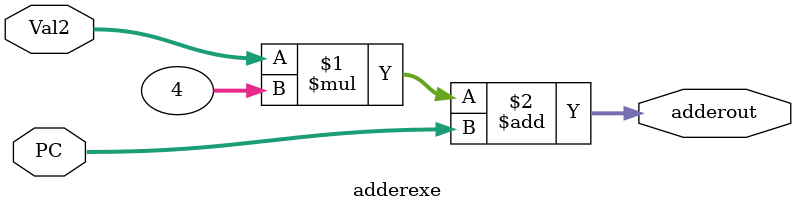
<source format=v>
module EXE(input [31:0]Reg1, Reg2, Val2, PC,input [3:0]EXE_CMD,input [1:0]BR_type,
 input [1:0]sel1,sel2,sel3,//new
 input[31:0] MemValue,WbValue,//new
 output[31:0]ALU_result, output BR_taken, output [31:0]BR_address, output [31:0]reg2out);
 wire[31:0] val1mux,val2mux, reg2mux;
		//new
     MUX_32_2 m1(.mux0(Reg1),.mux1(MemValue),.mux2(WbValue),.sel(sel1),.muxout(val1mux));
     //new
     MUX_32_2 m2(.mux0(Val2),.mux1(MemValue),.mux2(WbValue),.sel(sel2),.muxout(val2mux));
	  MUX_32_2 m3(.mux0(Reg2),.mux1(MemValue),.mux2(WbValue),.sel(sel3),.muxout(reg2mux));
     ALU aa(.val1(val1mux),.val2(val2mux),.EXE_CMD(EXE_CMD),.ALU_result(ALU_result));
     condcheck cc( .val1(val1mux),.src2_val(reg2mux),.BR_type(BR_type), .B_taken(BR_taken));
     adderexe ae(.Val2(val2mux), .PC(PC), .adderout(BR_address));
	  assign reg2out=reg2mux;
     
endmodule


module adderexe(input [31:0]Val2, PC, output [31:0]adderout);
    assign adderout=(Val2*4)+ PC;
endmodule





</source>
